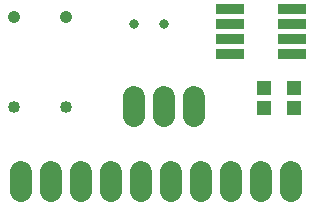
<source format=gts>
G75*
%MOIN*%
%OFA0B0*%
%FSLAX25Y25*%
%IPPOS*%
%LPD*%
%AMOC8*
5,1,8,0,0,1.08239X$1,22.5*
%
%ADD10R,0.09500X0.03200*%
%ADD11C,0.04000*%
%ADD12C,0.04123*%
%ADD13C,0.03162*%
%ADD14C,0.07200*%
%ADD15R,0.04737X0.05131*%
D10*
X0083200Y0053500D03*
X0083200Y0058500D03*
X0083200Y0063500D03*
X0083200Y0068500D03*
X0103800Y0068500D03*
X0103800Y0063500D03*
X0103800Y0058500D03*
X0103800Y0053500D03*
D11*
X0028500Y0036000D03*
X0011000Y0036000D03*
D12*
X0011000Y0066000D03*
X0028500Y0066000D03*
D13*
X0051000Y0063500D03*
X0061000Y0063500D03*
D14*
X0013500Y0014200D02*
X0013500Y0007800D01*
X0023500Y0007800D02*
X0023500Y0014200D01*
X0033500Y0014200D02*
X0033500Y0007800D01*
X0043500Y0007800D02*
X0043500Y0014200D01*
X0053500Y0014200D02*
X0053500Y0007800D01*
X0063500Y0007800D02*
X0063500Y0014200D01*
X0073500Y0014200D02*
X0073500Y0007800D01*
X0083500Y0007800D02*
X0083500Y0014200D01*
X0093500Y0014200D02*
X0093500Y0007800D01*
X0103500Y0007800D02*
X0103500Y0014200D01*
X0071000Y0032800D02*
X0071000Y0039200D01*
X0061000Y0039200D02*
X0061000Y0032800D01*
X0051000Y0032800D02*
X0051000Y0039200D01*
D15*
X0094500Y0042221D03*
X0094500Y0035529D03*
X0104500Y0035404D03*
X0104500Y0042096D03*
M02*

</source>
